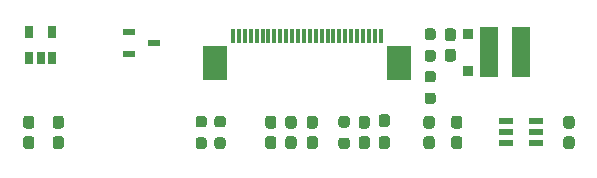
<source format=gbr>
%TF.GenerationSoftware,KiCad,Pcbnew,(5.1.9)-1*%
%TF.CreationDate,2021-03-03T23:02:33-08:00*%
%TF.ProjectId,SSD1326_I2C_breakout,53534431-3332-4365-9f49-32435f627265,0.1b*%
%TF.SameCoordinates,Original*%
%TF.FileFunction,Paste,Bot*%
%TF.FilePolarity,Positive*%
%FSLAX46Y46*%
G04 Gerber Fmt 4.6, Leading zero omitted, Abs format (unit mm)*
G04 Created by KiCad (PCBNEW (5.1.9)-1) date 2021-03-03 23:02:33*
%MOMM*%
%LPD*%
G01*
G04 APERTURE LIST*
%ADD10R,1.220000X0.600000*%
%ADD11R,0.950000X0.900000*%
%ADD12R,0.650000X1.060000*%
%ADD13R,1.090000X0.610000*%
%ADD14R,0.300000X1.250000*%
%ADD15R,2.000000X3.000000*%
%ADD16R,1.500000X4.200000*%
G04 APERTURE END LIST*
D10*
%TO.C,U5*%
X117145000Y-38400000D03*
X117145000Y-37450000D03*
X117145000Y-36500000D03*
X114655000Y-36500000D03*
X114655000Y-37450000D03*
X114655000Y-38400000D03*
%TD*%
%TO.C,R5*%
G36*
G01*
X107962500Y-34112500D02*
X108437500Y-34112500D01*
G75*
G02*
X108675000Y-34350000I0J-237500D01*
G01*
X108675000Y-34850000D01*
G75*
G02*
X108437500Y-35087500I-237500J0D01*
G01*
X107962500Y-35087500D01*
G75*
G02*
X107725000Y-34850000I0J237500D01*
G01*
X107725000Y-34350000D01*
G75*
G02*
X107962500Y-34112500I237500J0D01*
G01*
G37*
G36*
G01*
X107962500Y-32287500D02*
X108437500Y-32287500D01*
G75*
G02*
X108675000Y-32525000I0J-237500D01*
G01*
X108675000Y-33025000D01*
G75*
G02*
X108437500Y-33262500I-237500J0D01*
G01*
X107962500Y-33262500D01*
G75*
G02*
X107725000Y-33025000I0J237500D01*
G01*
X107725000Y-32525000D01*
G75*
G02*
X107962500Y-32287500I237500J0D01*
G01*
G37*
%TD*%
%TO.C,R4*%
G36*
G01*
X107962500Y-30512500D02*
X108437500Y-30512500D01*
G75*
G02*
X108675000Y-30750000I0J-237500D01*
G01*
X108675000Y-31250000D01*
G75*
G02*
X108437500Y-31487500I-237500J0D01*
G01*
X107962500Y-31487500D01*
G75*
G02*
X107725000Y-31250000I0J237500D01*
G01*
X107725000Y-30750000D01*
G75*
G02*
X107962500Y-30512500I237500J0D01*
G01*
G37*
G36*
G01*
X107962500Y-28687500D02*
X108437500Y-28687500D01*
G75*
G02*
X108675000Y-28925000I0J-237500D01*
G01*
X108675000Y-29425000D01*
G75*
G02*
X108437500Y-29662500I-237500J0D01*
G01*
X107962500Y-29662500D01*
G75*
G02*
X107725000Y-29425000I0J237500D01*
G01*
X107725000Y-28925000D01*
G75*
G02*
X107962500Y-28687500I237500J0D01*
G01*
G37*
%TD*%
D11*
%TO.C,D1*%
X111400000Y-32300000D03*
X111400000Y-29150000D03*
%TD*%
%TO.C,C13*%
G36*
G01*
X76472500Y-37815000D02*
X76947500Y-37815000D01*
G75*
G02*
X77185000Y-38052500I0J-237500D01*
G01*
X77185000Y-38652500D01*
G75*
G02*
X76947500Y-38890000I-237500J0D01*
G01*
X76472500Y-38890000D01*
G75*
G02*
X76235000Y-38652500I0J237500D01*
G01*
X76235000Y-38052500D01*
G75*
G02*
X76472500Y-37815000I237500J0D01*
G01*
G37*
G36*
G01*
X76472500Y-36090000D02*
X76947500Y-36090000D01*
G75*
G02*
X77185000Y-36327500I0J-237500D01*
G01*
X77185000Y-36927500D01*
G75*
G02*
X76947500Y-37165000I-237500J0D01*
G01*
X76472500Y-37165000D01*
G75*
G02*
X76235000Y-36927500I0J237500D01*
G01*
X76235000Y-36327500D01*
G75*
G02*
X76472500Y-36090000I237500J0D01*
G01*
G37*
%TD*%
D12*
%TO.C,U4*%
X76160000Y-28990000D03*
X74260000Y-28990000D03*
X74260000Y-31190000D03*
X75210000Y-31190000D03*
X76160000Y-31190000D03*
%TD*%
D13*
%TO.C,U3*%
X82710000Y-28990000D03*
X84850000Y-29905000D03*
X82710000Y-30820000D03*
%TD*%
D14*
%TO.C,U2*%
X103510000Y-29290000D03*
X104010000Y-29290000D03*
X102510000Y-29290000D03*
X103010000Y-29290000D03*
X101510000Y-29290000D03*
X102010000Y-29290000D03*
X100510000Y-29290000D03*
X101010000Y-29290000D03*
X99510000Y-29290000D03*
X100010000Y-29290000D03*
X98510000Y-29290000D03*
X99010000Y-29290000D03*
X97510000Y-29290000D03*
X98010000Y-29290000D03*
X96510000Y-29290000D03*
X97010000Y-29290000D03*
X95510000Y-29290000D03*
X96010000Y-29290000D03*
X94510000Y-29290000D03*
X95010000Y-29290000D03*
X93510000Y-29290000D03*
X94010000Y-29290000D03*
X92510000Y-29290000D03*
X93010000Y-29290000D03*
X91510000Y-29290000D03*
X92010000Y-29290000D03*
D15*
X89970000Y-31615000D03*
X105550000Y-31615000D03*
%TD*%
%TO.C,R3*%
G36*
G01*
X100672500Y-37927500D02*
X101147500Y-37927500D01*
G75*
G02*
X101385000Y-38165000I0J-237500D01*
G01*
X101385000Y-38665000D01*
G75*
G02*
X101147500Y-38902500I-237500J0D01*
G01*
X100672500Y-38902500D01*
G75*
G02*
X100435000Y-38665000I0J237500D01*
G01*
X100435000Y-38165000D01*
G75*
G02*
X100672500Y-37927500I237500J0D01*
G01*
G37*
G36*
G01*
X100672500Y-36102500D02*
X101147500Y-36102500D01*
G75*
G02*
X101385000Y-36340000I0J-237500D01*
G01*
X101385000Y-36840000D01*
G75*
G02*
X101147500Y-37077500I-237500J0D01*
G01*
X100672500Y-37077500D01*
G75*
G02*
X100435000Y-36840000I0J237500D01*
G01*
X100435000Y-36340000D01*
G75*
G02*
X100672500Y-36102500I237500J0D01*
G01*
G37*
%TD*%
%TO.C,R2*%
G36*
G01*
X88572500Y-37915000D02*
X89047500Y-37915000D01*
G75*
G02*
X89285000Y-38152500I0J-237500D01*
G01*
X89285000Y-38652500D01*
G75*
G02*
X89047500Y-38890000I-237500J0D01*
G01*
X88572500Y-38890000D01*
G75*
G02*
X88335000Y-38652500I0J237500D01*
G01*
X88335000Y-38152500D01*
G75*
G02*
X88572500Y-37915000I237500J0D01*
G01*
G37*
G36*
G01*
X88572500Y-36090000D02*
X89047500Y-36090000D01*
G75*
G02*
X89285000Y-36327500I0J-237500D01*
G01*
X89285000Y-36827500D01*
G75*
G02*
X89047500Y-37065000I-237500J0D01*
G01*
X88572500Y-37065000D01*
G75*
G02*
X88335000Y-36827500I0J237500D01*
G01*
X88335000Y-36327500D01*
G75*
G02*
X88572500Y-36090000I237500J0D01*
G01*
G37*
%TD*%
%TO.C,R1*%
G36*
G01*
X90172500Y-37915000D02*
X90647500Y-37915000D01*
G75*
G02*
X90885000Y-38152500I0J-237500D01*
G01*
X90885000Y-38652500D01*
G75*
G02*
X90647500Y-38890000I-237500J0D01*
G01*
X90172500Y-38890000D01*
G75*
G02*
X89935000Y-38652500I0J237500D01*
G01*
X89935000Y-38152500D01*
G75*
G02*
X90172500Y-37915000I237500J0D01*
G01*
G37*
G36*
G01*
X90172500Y-36090000D02*
X90647500Y-36090000D01*
G75*
G02*
X90885000Y-36327500I0J-237500D01*
G01*
X90885000Y-36827500D01*
G75*
G02*
X90647500Y-37065000I-237500J0D01*
G01*
X90172500Y-37065000D01*
G75*
G02*
X89935000Y-36827500I0J237500D01*
G01*
X89935000Y-36327500D01*
G75*
G02*
X90172500Y-36090000I237500J0D01*
G01*
G37*
%TD*%
D16*
%TO.C,L1*%
X115900000Y-30650000D03*
X113200000Y-30650000D03*
%TD*%
%TO.C,C12*%
G36*
G01*
X73972500Y-37815000D02*
X74447500Y-37815000D01*
G75*
G02*
X74685000Y-38052500I0J-237500D01*
G01*
X74685000Y-38652500D01*
G75*
G02*
X74447500Y-38890000I-237500J0D01*
G01*
X73972500Y-38890000D01*
G75*
G02*
X73735000Y-38652500I0J237500D01*
G01*
X73735000Y-38052500D01*
G75*
G02*
X73972500Y-37815000I237500J0D01*
G01*
G37*
G36*
G01*
X73972500Y-36090000D02*
X74447500Y-36090000D01*
G75*
G02*
X74685000Y-36327500I0J-237500D01*
G01*
X74685000Y-36927500D01*
G75*
G02*
X74447500Y-37165000I-237500J0D01*
G01*
X73972500Y-37165000D01*
G75*
G02*
X73735000Y-36927500I0J237500D01*
G01*
X73735000Y-36327500D01*
G75*
G02*
X73972500Y-36090000I237500J0D01*
G01*
G37*
%TD*%
%TO.C,C11*%
G36*
G01*
X96172500Y-37815000D02*
X96647500Y-37815000D01*
G75*
G02*
X96885000Y-38052500I0J-237500D01*
G01*
X96885000Y-38652500D01*
G75*
G02*
X96647500Y-38890000I-237500J0D01*
G01*
X96172500Y-38890000D01*
G75*
G02*
X95935000Y-38652500I0J237500D01*
G01*
X95935000Y-38052500D01*
G75*
G02*
X96172500Y-37815000I237500J0D01*
G01*
G37*
G36*
G01*
X96172500Y-36090000D02*
X96647500Y-36090000D01*
G75*
G02*
X96885000Y-36327500I0J-237500D01*
G01*
X96885000Y-36927500D01*
G75*
G02*
X96647500Y-37165000I-237500J0D01*
G01*
X96172500Y-37165000D01*
G75*
G02*
X95935000Y-36927500I0J237500D01*
G01*
X95935000Y-36327500D01*
G75*
G02*
X96172500Y-36090000I237500J0D01*
G01*
G37*
%TD*%
%TO.C,C10*%
G36*
G01*
X97972500Y-37815000D02*
X98447500Y-37815000D01*
G75*
G02*
X98685000Y-38052500I0J-237500D01*
G01*
X98685000Y-38652500D01*
G75*
G02*
X98447500Y-38890000I-237500J0D01*
G01*
X97972500Y-38890000D01*
G75*
G02*
X97735000Y-38652500I0J237500D01*
G01*
X97735000Y-38052500D01*
G75*
G02*
X97972500Y-37815000I237500J0D01*
G01*
G37*
G36*
G01*
X97972500Y-36090000D02*
X98447500Y-36090000D01*
G75*
G02*
X98685000Y-36327500I0J-237500D01*
G01*
X98685000Y-36927500D01*
G75*
G02*
X98447500Y-37165000I-237500J0D01*
G01*
X97972500Y-37165000D01*
G75*
G02*
X97735000Y-36927500I0J237500D01*
G01*
X97735000Y-36327500D01*
G75*
G02*
X97972500Y-36090000I237500J0D01*
G01*
G37*
%TD*%
%TO.C,C9*%
G36*
G01*
X94472500Y-37815000D02*
X94947500Y-37815000D01*
G75*
G02*
X95185000Y-38052500I0J-237500D01*
G01*
X95185000Y-38652500D01*
G75*
G02*
X94947500Y-38890000I-237500J0D01*
G01*
X94472500Y-38890000D01*
G75*
G02*
X94235000Y-38652500I0J237500D01*
G01*
X94235000Y-38052500D01*
G75*
G02*
X94472500Y-37815000I237500J0D01*
G01*
G37*
G36*
G01*
X94472500Y-36090000D02*
X94947500Y-36090000D01*
G75*
G02*
X95185000Y-36327500I0J-237500D01*
G01*
X95185000Y-36927500D01*
G75*
G02*
X94947500Y-37165000I-237500J0D01*
G01*
X94472500Y-37165000D01*
G75*
G02*
X94235000Y-36927500I0J237500D01*
G01*
X94235000Y-36327500D01*
G75*
G02*
X94472500Y-36090000I237500J0D01*
G01*
G37*
%TD*%
%TO.C,C8*%
G36*
G01*
X102372500Y-37815000D02*
X102847500Y-37815000D01*
G75*
G02*
X103085000Y-38052500I0J-237500D01*
G01*
X103085000Y-38652500D01*
G75*
G02*
X102847500Y-38890000I-237500J0D01*
G01*
X102372500Y-38890000D01*
G75*
G02*
X102135000Y-38652500I0J237500D01*
G01*
X102135000Y-38052500D01*
G75*
G02*
X102372500Y-37815000I237500J0D01*
G01*
G37*
G36*
G01*
X102372500Y-36090000D02*
X102847500Y-36090000D01*
G75*
G02*
X103085000Y-36327500I0J-237500D01*
G01*
X103085000Y-36927500D01*
G75*
G02*
X102847500Y-37165000I-237500J0D01*
G01*
X102372500Y-37165000D01*
G75*
G02*
X102135000Y-36927500I0J237500D01*
G01*
X102135000Y-36327500D01*
G75*
G02*
X102372500Y-36090000I237500J0D01*
G01*
G37*
%TD*%
%TO.C,C7*%
G36*
G01*
X104072500Y-37815000D02*
X104547500Y-37815000D01*
G75*
G02*
X104785000Y-38052500I0J-237500D01*
G01*
X104785000Y-38652500D01*
G75*
G02*
X104547500Y-38890000I-237500J0D01*
G01*
X104072500Y-38890000D01*
G75*
G02*
X103835000Y-38652500I0J237500D01*
G01*
X103835000Y-38052500D01*
G75*
G02*
X104072500Y-37815000I237500J0D01*
G01*
G37*
G36*
G01*
X104072500Y-35952500D02*
X104547500Y-35952500D01*
G75*
G02*
X104785000Y-36190000I0J-237500D01*
G01*
X104785000Y-36790000D01*
G75*
G02*
X104547500Y-37027500I-237500J0D01*
G01*
X104072500Y-37027500D01*
G75*
G02*
X103835000Y-36790000I0J237500D01*
G01*
X103835000Y-36190000D01*
G75*
G02*
X104072500Y-35952500I237500J0D01*
G01*
G37*
%TD*%
%TO.C,C5*%
G36*
G01*
X110212500Y-37815000D02*
X110687500Y-37815000D01*
G75*
G02*
X110925000Y-38052500I0J-237500D01*
G01*
X110925000Y-38652500D01*
G75*
G02*
X110687500Y-38890000I-237500J0D01*
G01*
X110212500Y-38890000D01*
G75*
G02*
X109975000Y-38652500I0J237500D01*
G01*
X109975000Y-38052500D01*
G75*
G02*
X110212500Y-37815000I237500J0D01*
G01*
G37*
G36*
G01*
X110212500Y-36090000D02*
X110687500Y-36090000D01*
G75*
G02*
X110925000Y-36327500I0J-237500D01*
G01*
X110925000Y-36927500D01*
G75*
G02*
X110687500Y-37165000I-237500J0D01*
G01*
X110212500Y-37165000D01*
G75*
G02*
X109975000Y-36927500I0J237500D01*
G01*
X109975000Y-36327500D01*
G75*
G02*
X110212500Y-36090000I237500J0D01*
G01*
G37*
%TD*%
%TO.C,C3*%
G36*
G01*
X107872500Y-37815000D02*
X108347500Y-37815000D01*
G75*
G02*
X108585000Y-38052500I0J-237500D01*
G01*
X108585000Y-38652500D01*
G75*
G02*
X108347500Y-38890000I-237500J0D01*
G01*
X107872500Y-38890000D01*
G75*
G02*
X107635000Y-38652500I0J237500D01*
G01*
X107635000Y-38052500D01*
G75*
G02*
X107872500Y-37815000I237500J0D01*
G01*
G37*
G36*
G01*
X107872500Y-36090000D02*
X108347500Y-36090000D01*
G75*
G02*
X108585000Y-36327500I0J-237500D01*
G01*
X108585000Y-36927500D01*
G75*
G02*
X108347500Y-37165000I-237500J0D01*
G01*
X107872500Y-37165000D01*
G75*
G02*
X107635000Y-36927500I0J237500D01*
G01*
X107635000Y-36327500D01*
G75*
G02*
X107872500Y-36090000I237500J0D01*
G01*
G37*
%TD*%
%TO.C,C2*%
G36*
G01*
X109662500Y-30412500D02*
X110137500Y-30412500D01*
G75*
G02*
X110375000Y-30650000I0J-237500D01*
G01*
X110375000Y-31250000D01*
G75*
G02*
X110137500Y-31487500I-237500J0D01*
G01*
X109662500Y-31487500D01*
G75*
G02*
X109425000Y-31250000I0J237500D01*
G01*
X109425000Y-30650000D01*
G75*
G02*
X109662500Y-30412500I237500J0D01*
G01*
G37*
G36*
G01*
X109662500Y-28687500D02*
X110137500Y-28687500D01*
G75*
G02*
X110375000Y-28925000I0J-237500D01*
G01*
X110375000Y-29525000D01*
G75*
G02*
X110137500Y-29762500I-237500J0D01*
G01*
X109662500Y-29762500D01*
G75*
G02*
X109425000Y-29525000I0J237500D01*
G01*
X109425000Y-28925000D01*
G75*
G02*
X109662500Y-28687500I237500J0D01*
G01*
G37*
%TD*%
%TO.C,C1*%
G36*
G01*
X119712500Y-37815000D02*
X120187500Y-37815000D01*
G75*
G02*
X120425000Y-38052500I0J-237500D01*
G01*
X120425000Y-38652500D01*
G75*
G02*
X120187500Y-38890000I-237500J0D01*
G01*
X119712500Y-38890000D01*
G75*
G02*
X119475000Y-38652500I0J237500D01*
G01*
X119475000Y-38052500D01*
G75*
G02*
X119712500Y-37815000I237500J0D01*
G01*
G37*
G36*
G01*
X119712500Y-36090000D02*
X120187500Y-36090000D01*
G75*
G02*
X120425000Y-36327500I0J-237500D01*
G01*
X120425000Y-36927500D01*
G75*
G02*
X120187500Y-37165000I-237500J0D01*
G01*
X119712500Y-37165000D01*
G75*
G02*
X119475000Y-36927500I0J237500D01*
G01*
X119475000Y-36327500D01*
G75*
G02*
X119712500Y-36090000I237500J0D01*
G01*
G37*
%TD*%
M02*

</source>
